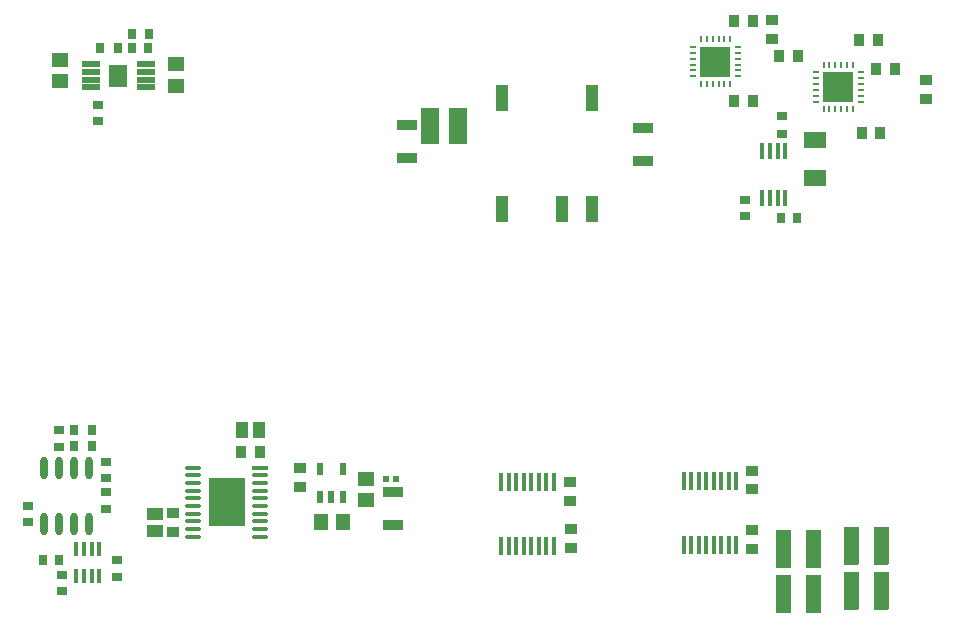
<source format=gbp>
G04*
G04 #@! TF.GenerationSoftware,Altium Limited,Altium Designer,18.1.9 (240)*
G04*
G04 Layer_Color=128*
%FSLAX44Y44*%
%MOMM*%
G71*
G01*
G75*
%ADD19R,0.9000X0.7000*%
%ADD24R,1.1500X1.4500*%
%ADD26R,1.0000X0.9000*%
%ADD28R,0.9000X1.0000*%
%ADD29R,0.7000X0.9000*%
%ADD34R,1.4500X1.1500*%
%ADD101R,0.4010X1.4668*%
%ADD102R,1.7000X0.9500*%
%ADD103R,0.5000X0.5000*%
%ADD104R,0.6000X1.1000*%
%ADD105R,3.0500X4.1300*%
%ADD106O,1.4000X0.3500*%
%ADD107R,1.4000X0.3500*%
%ADD108R,1.0500X1.3500*%
%ADD109R,1.3500X1.0500*%
%ADD110R,0.4156X1.2080*%
%ADD111R,0.9000X0.8000*%
%ADD112R,0.8000X0.9000*%
%ADD113O,0.6000X1.9000*%
%ADD114R,1.0000X2.3000*%
%ADD115R,1.5200X3.0500*%
%ADD116O,0.2500X0.6000*%
%ADD117R,0.2500X0.6000*%
%ADD118R,0.6000X0.2500*%
%ADD119R,2.5000X2.5000*%
%ADD120R,1.9000X1.3500*%
%ADD121R,1.2700X3.1800*%
%ADD122O,0.4100X1.6000*%
%ADD123R,0.4100X1.6000*%
G04:AMPARAMS|DCode=124|XSize=1.57mm|YSize=1.89mm|CornerRadius=0.0471mm|HoleSize=0mm|Usage=FLASHONLY|Rotation=180.000|XOffset=0mm|YOffset=0mm|HoleType=Round|Shape=RoundedRectangle|*
%AMROUNDEDRECTD124*
21,1,1.5700,1.7958,0,0,180.0*
21,1,1.4758,1.8900,0,0,180.0*
1,1,0.0942,-0.7379,0.8979*
1,1,0.0942,0.7379,0.8979*
1,1,0.0942,0.7379,-0.8979*
1,1,0.0942,-0.7379,-0.8979*
%
%ADD124ROUNDEDRECTD124*%
G04:AMPARAMS|DCode=125|XSize=0.45mm|YSize=1.55mm|CornerRadius=0.0495mm|HoleSize=0mm|Usage=FLASHONLY|Rotation=90.000|XOffset=0mm|YOffset=0mm|HoleType=Round|Shape=RoundedRectangle|*
%AMROUNDEDRECTD125*
21,1,0.4500,1.4510,0,0,90.0*
21,1,0.3510,1.5500,0,0,90.0*
1,1,0.0990,0.7255,0.1755*
1,1,0.0990,0.7255,-0.1755*
1,1,0.0990,-0.7255,-0.1755*
1,1,0.0990,-0.7255,0.1755*
%
%ADD125ROUNDEDRECTD125*%
G36*
X667512Y51249D02*
X654812D01*
Y19449D01*
X667512D01*
Y51249D01*
D02*
G37*
G36*
X692912D02*
X680212D01*
Y19449D01*
X692912D01*
Y51249D01*
D02*
G37*
G36*
X667512Y89349D02*
X654812D01*
Y57549D01*
X667512D01*
Y89349D01*
D02*
G37*
G36*
X692912D02*
X680212D01*
Y57549D01*
X692912D01*
Y89349D01*
D02*
G37*
G36*
X725170Y54254D02*
X712470D01*
Y22454D01*
X725170D01*
Y54254D01*
D02*
G37*
G36*
X750570D02*
X737870D01*
Y22454D01*
X750570D01*
Y54254D01*
D02*
G37*
G36*
X725170Y92354D02*
X712470D01*
Y60554D01*
X725170D01*
Y92354D01*
D02*
G37*
G36*
X750570D02*
X737870D01*
Y60554D01*
X750570D01*
Y92354D01*
D02*
G37*
D19*
X87674Y107124D02*
D03*
Y122124D02*
D03*
X47876Y159702D02*
D03*
Y174702D02*
D03*
X660146Y440062D02*
D03*
Y425062D02*
D03*
D24*
X270018Y96774D02*
D03*
X288018D02*
D03*
D26*
X251586Y142112D02*
D03*
Y126112D02*
D03*
X144628Y88266D02*
D03*
Y104266D02*
D03*
X651510Y521440D02*
D03*
Y505440D02*
D03*
X782334Y470374D02*
D03*
Y454374D02*
D03*
X480822Y114022D02*
D03*
Y130022D02*
D03*
X481330Y74906D02*
D03*
Y90906D02*
D03*
X634238Y124080D02*
D03*
Y140080D02*
D03*
Y74042D02*
D03*
Y90042D02*
D03*
D28*
X202046Y156091D02*
D03*
X218046D02*
D03*
X755664Y479952D02*
D03*
X739664D02*
D03*
X741298Y504952D02*
D03*
X725298D02*
D03*
X635768Y520592D02*
D03*
X619768D02*
D03*
X673734Y491236D02*
D03*
X657734D02*
D03*
X635268Y453264D02*
D03*
X619268D02*
D03*
X743416Y426256D02*
D03*
X727416D02*
D03*
D29*
X60870Y161106D02*
D03*
X75870D02*
D03*
X60870Y174060D02*
D03*
X75870D02*
D03*
X124340Y510076D02*
D03*
X109340D02*
D03*
X97924Y497586D02*
D03*
X82924D02*
D03*
D34*
X307864Y115270D02*
D03*
Y133270D02*
D03*
X48514Y469790D02*
D03*
Y487790D02*
D03*
X146638Y465980D02*
D03*
Y483980D02*
D03*
D101*
X643440Y370705D02*
D03*
X649940D02*
D03*
X656440D02*
D03*
X662940D02*
D03*
Y410599D02*
D03*
X656440D02*
D03*
X649940D02*
D03*
X643440D02*
D03*
D102*
X330500Y94204D02*
D03*
Y122204D02*
D03*
X342900Y432846D02*
D03*
Y404846D02*
D03*
X542544Y402052D02*
D03*
Y430052D02*
D03*
D103*
X333476Y133350D02*
D03*
X324476D02*
D03*
D104*
X288010Y141286D02*
D03*
X269010D02*
D03*
Y117286D02*
D03*
X278510D02*
D03*
X288010D02*
D03*
D105*
X189902Y113284D02*
D03*
D106*
X161402Y83994D02*
D03*
Y90494D02*
D03*
Y96994D02*
D03*
Y103494D02*
D03*
Y109994D02*
D03*
Y116494D02*
D03*
Y122994D02*
D03*
Y129494D02*
D03*
Y135994D02*
D03*
Y142494D02*
D03*
X218402Y83994D02*
D03*
Y90494D02*
D03*
Y96994D02*
D03*
Y103494D02*
D03*
Y109994D02*
D03*
Y116494D02*
D03*
Y122994D02*
D03*
Y129494D02*
D03*
Y135994D02*
D03*
D107*
Y142494D02*
D03*
D108*
X202796Y174125D02*
D03*
X217296D02*
D03*
D109*
X129274Y89024D02*
D03*
Y103524D02*
D03*
D110*
X62430Y73730D02*
D03*
X68930D02*
D03*
X75430D02*
D03*
X81930D02*
D03*
Y50870D02*
D03*
X75430D02*
D03*
X68930D02*
D03*
X62430D02*
D03*
D111*
X96818Y64220D02*
D03*
Y50220D02*
D03*
X50292Y37958D02*
D03*
Y51958D02*
D03*
X21710Y96336D02*
D03*
Y110336D02*
D03*
X87674Y133532D02*
D03*
Y147532D02*
D03*
X628948Y355204D02*
D03*
Y369204D02*
D03*
X81026Y435722D02*
D03*
Y449722D02*
D03*
D112*
X33984Y64078D02*
D03*
X47984D02*
D03*
X658988Y353822D02*
D03*
X672988D02*
D03*
X109412Y497586D02*
D03*
X123412D02*
D03*
D113*
X35350Y142188D02*
D03*
X48050D02*
D03*
X60750D02*
D03*
X73450D02*
D03*
X35350Y95188D02*
D03*
X48050D02*
D03*
X60750D02*
D03*
X73450D02*
D03*
D114*
X498856Y361442D02*
D03*
X473456D02*
D03*
X422656D02*
D03*
X498856Y455442D02*
D03*
X422656D02*
D03*
D115*
X362438Y431800D02*
D03*
X385338D02*
D03*
D116*
X720236Y445874D02*
D03*
X616350Y467356D02*
D03*
D117*
X715236Y445874D02*
D03*
X710236D02*
D03*
X705236D02*
D03*
X700236D02*
D03*
X695236D02*
D03*
Y483874D02*
D03*
X700236D02*
D03*
X705236D02*
D03*
X710236D02*
D03*
X715236D02*
D03*
X720236D02*
D03*
X611350Y467356D02*
D03*
X606350D02*
D03*
X601350D02*
D03*
X596350D02*
D03*
X591350D02*
D03*
Y505356D02*
D03*
X596350D02*
D03*
X601350D02*
D03*
X606350D02*
D03*
X611350D02*
D03*
X616350D02*
D03*
D118*
X688736Y452374D02*
D03*
Y457374D02*
D03*
Y462374D02*
D03*
Y467374D02*
D03*
Y472374D02*
D03*
Y477374D02*
D03*
X726736D02*
D03*
Y472374D02*
D03*
Y467374D02*
D03*
Y462374D02*
D03*
Y457374D02*
D03*
Y452374D02*
D03*
X584850Y473856D02*
D03*
Y478856D02*
D03*
Y483856D02*
D03*
Y488856D02*
D03*
Y493856D02*
D03*
Y498856D02*
D03*
X622850D02*
D03*
Y493856D02*
D03*
Y488856D02*
D03*
Y483856D02*
D03*
Y478856D02*
D03*
Y473856D02*
D03*
D119*
X707536Y464924D02*
D03*
X603650Y486406D02*
D03*
D120*
X687832Y419860D02*
D03*
Y387860D02*
D03*
D121*
X686562Y35349D02*
D03*
Y73449D02*
D03*
X661162Y35349D02*
D03*
Y73449D02*
D03*
X744220Y38354D02*
D03*
Y76454D02*
D03*
X718820Y38354D02*
D03*
Y76454D02*
D03*
D122*
X422148Y130302D02*
D03*
X428498D02*
D03*
X434848D02*
D03*
X441198D02*
D03*
X447548D02*
D03*
X453898D02*
D03*
X460248D02*
D03*
X466598D02*
D03*
X422148Y76302D02*
D03*
X428498D02*
D03*
X434848D02*
D03*
X441198D02*
D03*
X447548D02*
D03*
X453898D02*
D03*
X460248D02*
D03*
X576834Y131216D02*
D03*
X583184D02*
D03*
X589534D02*
D03*
X595884D02*
D03*
X602234D02*
D03*
X608584D02*
D03*
X614934D02*
D03*
X621284D02*
D03*
X576834Y77216D02*
D03*
X583184D02*
D03*
X589534D02*
D03*
X595884D02*
D03*
X602234D02*
D03*
X608584D02*
D03*
X614934D02*
D03*
D123*
X466598Y76302D02*
D03*
X621284Y77216D02*
D03*
D124*
X97916Y474218D02*
D03*
D125*
X121166Y464468D02*
D03*
Y470968D02*
D03*
Y477468D02*
D03*
X74666Y464468D02*
D03*
Y470968D02*
D03*
Y477468D02*
D03*
Y483968D02*
D03*
X121166D02*
D03*
M02*

</source>
